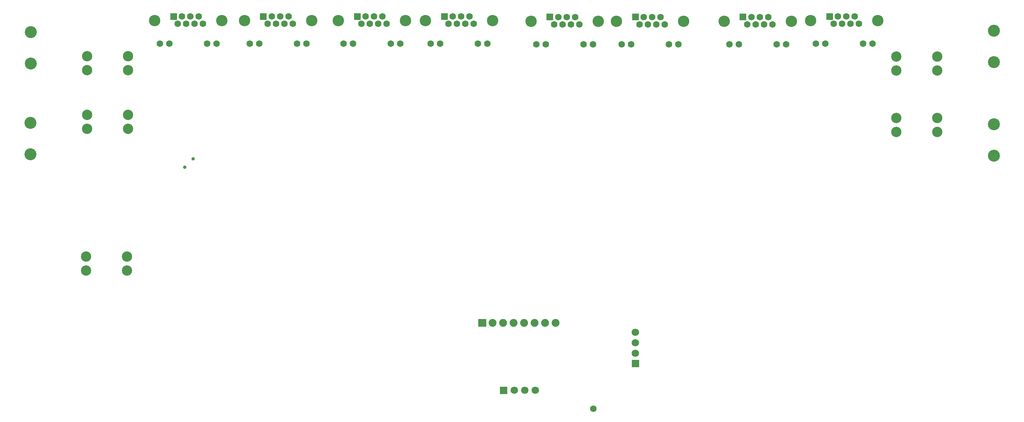
<source format=gbs>
G04 Layer: BottomSolderMaskLayer*
G04 EasyEDA v6.5.9, 2022-07-19 10:17:32*
G04 949b56ed96714d3c9a1e36b78244d617,84c7e2b185e6486294edc9ff802fc075,10*
G04 Gerber Generator version 0.2*
G04 Scale: 100 percent, Rotated: No, Reflected: No *
G04 Dimensions in millimeters *
G04 leading zeros omitted , absolute positions ,4 integer and 5 decimal *
%FSLAX45Y45*%
%MOMM*%

%ADD10C,1.6002*%
%ADD11C,2.7432*%
%ADD12C,2.9016*%
%ADD13C,2.5000*%
%ADD14C,1.9016*%
%ADD15C,1.8016*%
%ADD16C,0.8132*%

%LPD*%
D10*
G01*
X5791200Y15772892D03*
G36*
X4999990Y15870936D02*
G01*
X4999990Y16030955D01*
X5160009Y16030955D01*
X5160009Y15870936D01*
G37*
G01*
X5486400Y15950945D03*
G01*
X5283200Y15950945D03*
G01*
X5384800Y15772892D03*
G01*
X5181600Y15772892D03*
G01*
X5689600Y15950945D03*
D11*
G01*
X4622596Y15848939D03*
G01*
X6248603Y15848939D03*
D10*
G01*
X5588000Y15772892D03*
G01*
X5892545Y15291054D03*
G01*
X6121654Y15291054D03*
G01*
X4749545Y15291054D03*
G01*
X4978654Y15291054D03*
G01*
X7962900Y15772892D03*
G36*
X7171690Y15870936D02*
G01*
X7171690Y16030955D01*
X7331709Y16030955D01*
X7331709Y15870936D01*
G37*
G01*
X7658100Y15950945D03*
G01*
X7454900Y15950945D03*
G01*
X7556500Y15772892D03*
G01*
X7353300Y15772892D03*
G01*
X7861300Y15950945D03*
D11*
G01*
X6794296Y15848939D03*
G01*
X8420303Y15848939D03*
D10*
G01*
X7759700Y15772892D03*
G01*
X8064245Y15291054D03*
G01*
X8293354Y15291054D03*
G01*
X6921245Y15291054D03*
G01*
X7150354Y15291054D03*
G01*
X10236200Y15772892D03*
G36*
X9444990Y15870936D02*
G01*
X9444990Y16030955D01*
X9605009Y16030955D01*
X9605009Y15870936D01*
G37*
G01*
X9931400Y15950945D03*
G01*
X9728200Y15950945D03*
G01*
X9829800Y15772892D03*
G01*
X9626600Y15772892D03*
G01*
X10134600Y15950945D03*
D11*
G01*
X9067596Y15848939D03*
G01*
X10693603Y15848939D03*
D10*
G01*
X10033000Y15772892D03*
G01*
X10337545Y15291054D03*
G01*
X10566654Y15291054D03*
G01*
X9194545Y15291054D03*
G01*
X9423654Y15291054D03*
G01*
X12344400Y15772892D03*
G36*
X11553190Y15870936D02*
G01*
X11553190Y16030955D01*
X11713209Y16030955D01*
X11713209Y15870936D01*
G37*
G01*
X12039600Y15950945D03*
G01*
X11836400Y15950945D03*
G01*
X11938000Y15772892D03*
G01*
X11734800Y15772892D03*
G01*
X12242800Y15950945D03*
D11*
G01*
X11175796Y15848939D03*
G01*
X12801803Y15848939D03*
D10*
G01*
X12141200Y15772892D03*
G01*
X12445745Y15291054D03*
G01*
X12674854Y15291054D03*
G01*
X11302745Y15291054D03*
G01*
X11531854Y15291054D03*
G01*
X14897100Y15760192D03*
G36*
X14105890Y15858236D02*
G01*
X14105890Y16018255D01*
X14265909Y16018255D01*
X14265909Y15858236D01*
G37*
G01*
X14592300Y15938245D03*
G01*
X14389100Y15938245D03*
G01*
X14490700Y15760192D03*
G01*
X14287500Y15760192D03*
G01*
X14795500Y15938245D03*
D11*
G01*
X13728496Y15836239D03*
G01*
X15354503Y15836239D03*
D10*
G01*
X14693900Y15760192D03*
G01*
X14998445Y15278354D03*
G01*
X15227554Y15278354D03*
G01*
X13855445Y15278354D03*
G01*
X14084554Y15278354D03*
G01*
X16967200Y15760192D03*
G36*
X16175990Y15858236D02*
G01*
X16175990Y16018255D01*
X16336009Y16018255D01*
X16336009Y15858236D01*
G37*
G01*
X16662400Y15938245D03*
G01*
X16459200Y15938245D03*
G01*
X16560800Y15760192D03*
G01*
X16357600Y15760192D03*
G01*
X16865600Y15938245D03*
D11*
G01*
X15798596Y15836239D03*
G01*
X17424603Y15836239D03*
D10*
G01*
X16764000Y15760192D03*
G01*
X17068545Y15278354D03*
G01*
X17297654Y15278354D03*
G01*
X15925545Y15278354D03*
G01*
X16154654Y15278354D03*
G01*
X19570700Y15760192D03*
G36*
X18779490Y15858236D02*
G01*
X18779490Y16018255D01*
X18939509Y16018255D01*
X18939509Y15858236D01*
G37*
G01*
X19265900Y15938245D03*
G01*
X19062700Y15938245D03*
G01*
X19164300Y15760192D03*
G01*
X18961100Y15760192D03*
G01*
X19469100Y15938245D03*
D11*
G01*
X18402096Y15836239D03*
G01*
X20028103Y15836239D03*
D10*
G01*
X19367500Y15760192D03*
G01*
X19672045Y15278354D03*
G01*
X19901154Y15278354D03*
G01*
X18529045Y15278354D03*
G01*
X18758154Y15278354D03*
G01*
X21666200Y15772892D03*
G36*
X20874990Y15870936D02*
G01*
X20874990Y16030955D01*
X21035009Y16030955D01*
X21035009Y15870936D01*
G37*
G01*
X21361400Y15950945D03*
G01*
X21158200Y15950945D03*
G01*
X21259800Y15772892D03*
G01*
X21056600Y15772892D03*
G01*
X21564600Y15950945D03*
D11*
G01*
X20497596Y15848939D03*
G01*
X22123603Y15848939D03*
D10*
G01*
X21463000Y15772892D03*
G01*
X21767545Y15291054D03*
G01*
X21996654Y15291054D03*
G01*
X20624545Y15291054D03*
G01*
X20853654Y15291054D03*
D12*
G01*
X1625600Y14808200D03*
G01*
X1625600Y15570200D03*
G01*
X1612900Y12611100D03*
G01*
X1612900Y13373100D03*
G01*
X24930100Y13335000D03*
G01*
X24930100Y12573000D03*
G01*
X24930100Y15608300D03*
G01*
X24930100Y14846300D03*
D13*
G01*
X2983814Y14990902D03*
G01*
X2983814Y14650897D03*
G01*
X3975811Y14650897D03*
G01*
X3975811Y14990902D03*
G01*
X2983814Y13568502D03*
G01*
X2983814Y13228497D03*
G01*
X3975811Y13228497D03*
G01*
X3975811Y13568502D03*
G01*
X23559211Y13152297D03*
G01*
X23559211Y13492302D03*
G01*
X22567214Y13492302D03*
G01*
X22567214Y13152297D03*
G01*
X23559211Y14638197D03*
G01*
X23559211Y14978202D03*
G01*
X22567214Y14978202D03*
G01*
X22567214Y14638197D03*
G01*
X2958414Y10126802D03*
G01*
X2958414Y9786797D03*
G01*
X3950411Y9786797D03*
G01*
X3950411Y10126802D03*
G36*
X12452604Y8426704D02*
G01*
X12452604Y8616695D01*
X12642595Y8616695D01*
X12642595Y8426704D01*
G37*
D14*
G01*
X12801600Y8521700D03*
G01*
X13055600Y8521700D03*
G01*
X13309600Y8521700D03*
G01*
X13563600Y8521700D03*
G01*
X13817600Y8521700D03*
G01*
X14071600Y8521700D03*
G01*
X14325600Y8521700D03*
G36*
X12978129Y6793229D02*
G01*
X12978129Y6973570D01*
X13158470Y6973570D01*
X13158470Y6793229D01*
G37*
D15*
G01*
X13322300Y6883400D03*
G01*
X13576300Y6883400D03*
G01*
X13830300Y6883400D03*
G36*
X16165829Y7440929D02*
G01*
X16165829Y7621270D01*
X16346170Y7621270D01*
X16346170Y7440929D01*
G37*
G01*
X16256000Y7785100D03*
G01*
X16256000Y8039100D03*
G01*
X16256000Y8293100D03*
D16*
G01*
X5549900Y12496800D03*
G01*
X5346700Y12293600D03*
D10*
G01*
X15240000Y6438900D03*
M02*

</source>
